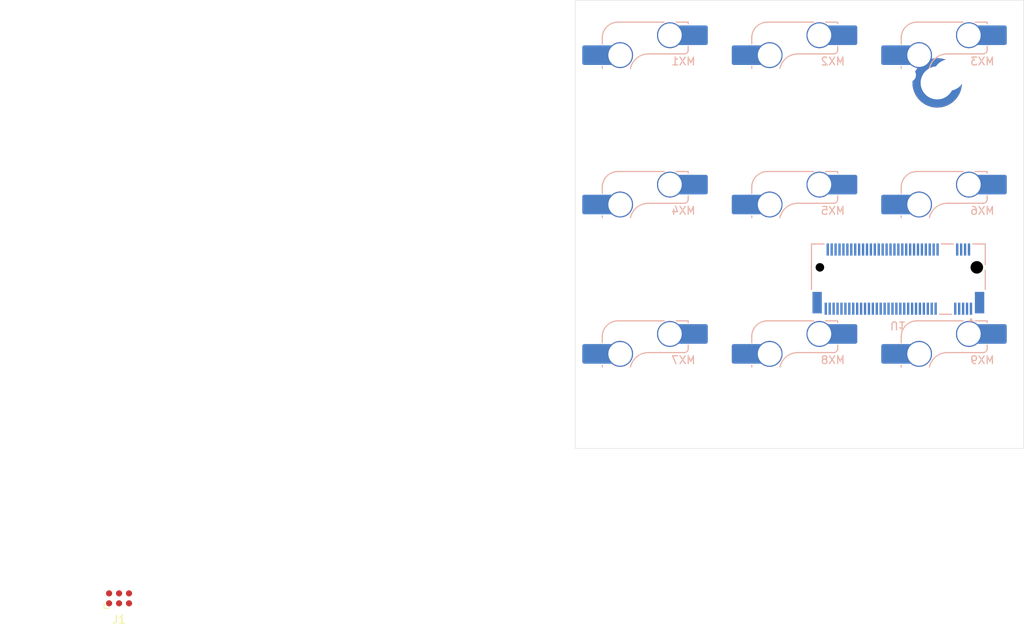
<source format=kicad_pcb>
(kicad_pcb (version 20240108) (generator "pcbnew") (generator_version "8.0")
  (layers (0 "F.Cu" signal) (31 "B.Cu" signal) (34 "B.Paste" user) (35 "F.Paste" user) (36 "B.SilkS" user "B.Silkscreen") (37 "F.SilkS" user "F.Silkscreen") (38 "B.Mask" user) (39 "F.Mask" user) (44 "Edge.Cuts" user))
  (net 0 "")
  (net 1 "Net-(J1-~{RESET})")
  (net 2 "Net-(J1-SWCLK)")
  (net 4 "Net-(J1-SWDIO)")
  (net 5 "GND")
  (net 25 "Net-(U1-VBAT-Pad1)")
  (net 52 "Net-(U1-VBUS-Pad12)")
  (footprint "Connector:Tag-Connect_TC2030-IDC-NL_2x03_P1.27mm_Vertical" (layer "F.Cu") (at 162.12 120.32)
    (property "Reference" "J1" (at 0 2.7 0) (layer "F.SilkS"))
    (property "Value" "Conn_ARM_SWD_TagConnect_TC2030-NL")
    (fp_line (start -1.905 1.27) (end -1.905 0.635) (stroke (width 0.12)) (layer "F.SilkS"))
    (fp_line (start -1.27 1.27) (end -1.905 1.27) (stroke (width 0.12)) (layer "F.SilkS"))
    (pad "" np_thru_hole circle (at -2.54 0) (size 0.9906 0.9906) (drill 0.9906) (layers "*.Cu" "*.Mask"))
    (pad "" np_thru_hole circle (at 2.54 -1.016) (size 0.9906 0.9906) (drill 0.9906) (layers "*.Cu" "*.Mask"))
    (pad "" np_thru_hole circle (at 2.54 1.016) (size 0.9906 0.9906) (drill 0.9906) (layers "*.Cu" "*.Mask"))
    (pad "1" connect circle (at -1.27 0.635) (size 0.7874 0.7874) (layers "F.Cu" "F.Mask"))
    (pad "2" connect circle (at -1.27 -0.635) (size 0.7874 0.7874) (layers "F.Cu" "F.Mask") (net 4 "Net-(J1-SWDIO)"))
    (pad "3" connect circle (at 0 0.635) (size 0.7874 0.7874) (layers "F.Cu" "F.Mask") (net 1 "Net-(J1-~{RESET})"))
    (pad "4" connect circle (at 0 -0.635) (size 0.7874 0.7874) (layers "F.Cu" "F.Mask") (net 2 "Net-(J1-SWCLK)"))
    (pad "5" connect circle (at 1.27 0.635) (size 0.7874 0.7874) (layers "F.Cu" "F.Mask") (net 5 "GND"))
    (pad "6" connect circle (at 1.27 -0.635) (size 0.7874 0.7874) (layers "F.Cu" "F.Mask"))
  )
  (footprint "PCM_marbastlib-mx:SW_MX_HS_CPG151101S11_1u" (layer "B.Cu") (at 267.890625 91.678125 180)
    (property "Reference" "MX9" (at -4.25 1.75 0) (layer "B.SilkS") (effects (justify mirror)))
    (property "Value" "MX_SW_HS")
    (fp_line (start 6.085176 4.75022) (end 6.085176 3.95022) (stroke (width 0.15)) (layer "B.SilkS"))
    (fp_line (start 6.085176 0.86022) (end 6.085176 1.10022) (stroke (width 0.15)) (layer "B.SilkS"))
    (fp_line (start 0.2 2.70022) (end -4.364824 2.70022) (stroke (width 0.15)) (layer "B.SilkS"))
    (fp_line (start -1.814824 6.75022) (end 4.085176 6.75022) (stroke (width 0.15)) (layer "B.SilkS"))
    (fp_line (start -4.864824 6.75022) (end -3.314824 6.75022) (stroke (width 0.15)) (layer "B.SilkS"))
    (fp_line (start -4.864824 6.52022) (end -4.864824 6.75022) (stroke (width 0.15)) (layer "B.SilkS"))
    (fp_line (start -4.864824 3.20022) (end -4.864824 3.67022) (stroke (width 0.15)) (layer "B.SilkS"))
    (fp_arc (start 6.085176 4.75022) (mid 5.499388 6.164432) (end 4.085176 6.75022) (stroke (width 0.15)) (layer "B.SilkS"))
    (fp_arc (start 2.494322 0.86022) (mid 1.670693 2.183637) (end 0.2 2.70022) (stroke (width 0.15)) (layer "B.SilkS"))
    (fp_arc (start -4.864824 3.20022) (mid -4.718377 2.846667) (end -4.364824 2.70022) (stroke (width 0.15)) (layer "B.SilkS"))
    (pad "" np_thru_hole circle (at -5.08 0 180) (size 1.75 1.75) (drill 1.75) (layers "*.Cu" "*.Mask"))
    (pad "" np_thru_hole circle (at 0 0 180) (size 3.9878 3.9878) (drill 3.9878) (layers "*.Cu" "*.Mask"))
    (pad "" np_thru_hole circle (at 5.08 0 180) (size 1.75 1.75) (drill 1.75) (layers "*.Cu" "*.Mask"))
    (pad "1" thru_hole circle (at 3.81 2.54 180) (size 3.3 3.3) (drill 3) (layers "*.Cu" "*.Mask"))
    (pad "1" smd rect (at 5.635 2.54) (size 1.65 2.5) (layers "B.Cu"))
    (pad "1" smd roundrect (at 7.36 2.54 180) (size 2.55 2.5) (layers "B.Cu" "B.Paste" "B.Mask") (roundrect_rratio 0.1))
    (pad "2" smd roundrect (at -6.09 5.08 180) (size 2.55 2.5) (layers "B.Cu" "B.Paste" "B.Mask") (roundrect_rratio 0.1))
    (pad "2" smd rect (at -4.34 5.08 180) (size 1.65 2.5) (layers "B.Cu"))
    (pad "2" thru_hole circle (at -2.54 5.08 180) (size 3.3 3.3) (drill 3) (layers "*.Cu" "*.Mask"))
  )
  (footprint "UnifiedMotherBoard-MountingHole:SMTSO3025CTJ" (layer "B.Cu") (at 266.390625 54.574725 180)
    (property "Reference" "H1" (hide yes))
    (property "Value" "MountingHole_Pad")
    (pad "1" thru_hole circle (at 0 0 180) (size 6.3 6.3) (drill 4.22) (layers "*.Cu" "B.Mask") (net 5 "GND"))
  )
  (footprint "UnifiedMotherBoard-Connector_PCBEdge:TEConnectivity-1-2199230-6-67-P0.5mm" (layer "B.Cu") (at 261.390625 79.628125)
    (property "Reference" "U1" (at 0 5.9 180) (layer "B.SilkS") (effects (justify mirror)))
    (property "Value" "Unified Motherboard")
    (fp_line (start -11.024401 -4.5081) (end -11.024401 1.296058) (stroke (width 0.1524)) (layer "B.SilkS"))
    (fp_line (start -9.43514 -4.5081) (end -11.024401 -4.5081) (stroke (width 0.1524)) (layer "B.SilkS"))
    (fp_line (start 5.285139 4.4581) (end 6.81486 4.4581) (stroke (width 0.1524)) (layer "B.SilkS"))
    (fp_line (start 7.06486 -4.5081) (end 5.535139 -4.5081) (stroke (width 0.1524)) (layer "B.SilkS"))
    (fp_line (start 11.124399 -4.5081) (end 9.53514 -4.5081) (stroke (width 0.1524)) (layer "B.SilkS"))
    (fp_line (start 11.124399 -1.884155) (end 11.124399 -4.5081) (stroke (width 0.1524)) (layer "B.SilkS"))
    (fp_line (start 11.124399 1.296058) (end 11.124399 -1.165845) (stroke (width 0.1524)) (layer "B.SilkS"))
    (fp_poly (pts (xy 9.3 5) (xy 9.06 5.33) (xy 9.54 5.33) (xy 9.3 5)) (stroke (width 0.12)) (fill solid) (layer "B.SilkS"))
    (pad "" np_thru_hole circle (at -9.950001 -1.525) (size 1.0922 1.0922) (drill 1.0922) (layers))
    (pad "" np_thru_hole circle (at 10.05 -1.525) (size 1.6002 1.6002) (drill 1.6002) (layers))
    (pad "1" smd rect (at 9.3 3.750002) (size 0.3048 1.5494) (layers "B.Cu" "B.Paste" "B.Mask") (net 25 "Net-(U1-VBAT-Pad1)"))
    (pad "2" smd rect (at 9.05 -3.8) (size 0.3048 1.5494) (layers "B.Cu" "B.Paste" "B.Mask"))
    (pad "3" smd rect (at 8.8 3.750002) (size 0.3048 1.5494) (layers "B.Cu" "B.Paste" "B.Mask") (net 25 "Net-(U1-VBAT-Pad1)"))
    (pad "4" smd rect (at 8.549998 -3.8) (size 0.3048 1.5494) (layers "B.Cu" "B.Paste" "B.Mask"))
    (pad "5" smd rect (at 8.299998 3.750002) (size 0.3048 1.5494) (layers "B.Cu" "B.Paste" "B.Mask"))
    (pad "6" smd rect (at 8.049999 -3.8) (size 0.3048 1.5494) (layers "B.Cu" "B.Paste" "B.Mask"))
    (pad "7" smd rect (at 7.799999 3.750002) (size 0.3048 1.5494) (layers "B.Cu" "B.Paste" "B.Mask") (net 5 "GND"))
    (pad "8" smd rect (at 7.55 -3.8) (size 0.3048 1.5494) (layers "B.Cu" "B.Paste" "B.Mask"))
    (pad "9" smd rect (at 7.3 3.750002) (size 0.3048 1.5494) (layers "B.Cu" "B.Paste" "B.Mask"))
    (pad "10" smd rect (at 5.049999 -3.8) (size 0.3048 1.5494) (layers "B.Cu" "B.Paste" "B.Mask") (net 5 "GND"))
    (pad "11" smd rect (at 4.799999 3.750002) (size 0.3048 1.5494) (layers "B.Cu" "B.Paste" "B.Mask"))
    (pad "12" smd rect (at 4.55 -3.8) (size 0.3048 1.5494) (layers "B.Cu" "B.Paste" "B.Mask") (net 52 "Net-(U1-VBUS-Pad12)"))
    (pad "13" smd rect (at 4.3 3.750002) (size 0.3048 1.5494) (layers "B.Cu" "B.Paste" "B.Mask") (net 5 "GND"))
    (pad "14" smd rect (at 4.049998 -3.8) (size 0.3048 1.5494) (layers "B.Cu" "B.Paste" "B.Mask") (net 52 "Net-(U1-VBUS-Pad12)"))
    (pad "15" smd rect (at 3.799998 3.750002) (size 0.3048 1.5494) (layers "B.Cu" "B.Paste" "B.Mask") (net 4 "Net-(J1-SWDIO)"))
    (pad "16" smd rect (at 3.549999 -3.8) (size 0.3048 1.5494) (layers "B.Cu" "B.Paste" "B.Mask") (net 5 "GND"))
    (pad "17" smd rect (at 3.299999 3.750002) (size 0.3048 1.5494) (layers "B.Cu" "B.Paste" "B.Mask") (net 2 "Net-(J1-SWCLK)"))
    (pad "18" smd rect (at 3.05 -3.8) (size 0.3048 1.5494) (layers "B.Cu" "B.Paste" "B.Mask"))
    (pad "19" smd rect (at 2.8 3.750002) (size 0.3048 1.5494) (layers "B.Cu" "B.Paste" "B.Mask") (net 1 "Net-(J1-~{RESET})"))
    (pad "20" smd rect (at 2.549999 -3.8) (size 0.3048 1.5494) (layers "B.Cu" "B.Paste" "B.Mask"))
    (pad "21" smd rect (at 2.299999 3.750002) (size 0.3048 1.5494) (layers "B.Cu" "B.Paste" "B.Mask"))
    (pad "22" smd rect (at 2.05 -3.8) (size 0.3048 1.5494) (layers "B.Cu" "B.Paste" "B.Mask") (net 5 "GND"))
    (pad "23" smd rect (at 1.8 3.750002) (size 0.3048 1.5494) (layers "B.Cu" "B.Paste" "B.Mask"))
    (pad "24" smd rect (at 1.549998 -3.8) (size 0.3048 1.5494) (layers "B.Cu" "B.Paste" "B.Mask"))
    (pad "25" smd rect (at 1.299998 3.750002) (size 0.3048 1.5494) (layers "B.Cu" "B.Paste" "B.Mask"))
    (pad "26" smd rect (at 1.049999 -3.8) (size 0.3048 1.5494) (layers "B.Cu" "B.Paste" "B.Mask"))
    (pad "27" smd rect (at 0.799999 3.750002) (size 0.3048 1.5494) (layers "B.Cu" "B.Paste" "B.Mask"))
    (pad "28" smd rect (at 0.55 -3.8) (size 0.3048 1.5494) (layers "B.Cu" "B.Paste" "B.Mask"))
    (pad "29" smd rect (at 0.3 3.750002) (size 0.3048 1.5494) (layers "B.Cu" "B.Paste" "B.Mask"))
    (pad "30" smd rect (at 0.049999 -3.8) (size 0.3048 1.5494) (layers "B.Cu" "B.Paste" "B.Mask"))
    (pad "31" smd rect (at -0.200001 3.750002) (size 0.3048 1.5494) (layers "B.Cu" "B.Paste" "B.Mask"))
    (pad "32" smd rect (at -0.45 -3.8) (size 0.3048 1.5494) (layers "B.Cu" "B.Paste" "B.Mask"))
    (pad "33" smd rect (at -0.7 3.750002) (size 0.3048 1.5494) (layers "B.Cu" "B.Paste" "B.Mask"))
    (pad "34" smd rect (at -0.950002 -3.8) (size 0.3048 1.5494) (layers "B.Cu" "B.Paste" "B.Mask"))
    (pad "35" smd rect (at -1.200002 3.750002) (size 0.3048 1.5494) (layers "B.Cu" "B.Paste" "B.Mask"))
    (pad "36" smd rect (at -1.450001 -3.8) (size 0.3048 1.5494) (layers "B.Cu" "B.Paste" "B.Mask"))
    (pad "37" smd rect (at -1.700001 3.750002) (size 0.3048 1.5494) (layers "B.Cu" "B.Paste" "B.Mask"))
    (pad "38" smd rect (at -1.95 -3.8) (size 0.3048 1.5494) (layers "B.Cu" "B.Paste" "B.Mask"))
    (pad "39" smd rect (at -2.2 3.750002) (size 0.3048 1.5494) (layers "B.Cu" "B.Paste" "B.Mask"))
    (pad "40" smd rect (at -2.450002 -3.8) (size 0.3048 1.5494) (layers "B.Cu" "B.Paste" "B.Mask"))
    (pad "41" smd rect (at -2.700002 3.750002) (size 0.3048 1.5494) (layers "B.Cu" "B.Paste" "B.Mask"))
    (pad "42" smd rect (at -2.950001 -3.8) (size 0.3048 1.5494) (layers "B.Cu" "B.Paste" "B.Mask"))
    (pad "43" smd rect (at -3.200001 3.750002) (size 0.3048 1.5494) (layers "B.Cu" "B.Paste" "B.Mask"))
    (pad "44" smd rect (at -3.450002 -3.8) (size 0.3048 1.5494) (layers "B.Cu" "B.Paste" "B.Mask"))
    (pad "45" smd rect (at -3.700002 3.750002) (size 0.3048 1.5494) (layers "B.Cu" "B.Paste" "B.Mask"))
    (pad "46" smd rect (at -3.950001 -3.8) (size 0.3048 1.5494) (layers "B.Cu" "B.Paste" "B.Mask"))
    (pad "47" smd rect (at -4.200001 3.750002) (size 0.3048 1.5494) (layers "B.Cu" "B.Paste" "B.Mask"))
    (pad "48" smd rect (at -4.45 -3.8) (size 0.3048 1.5494) (layers "B.Cu" "B.Paste" "B.Mask"))
    (pad "49" smd rect (at -4.7 3.750002) (size 0.3048 1.5494) (layers "B.Cu" "B.Paste" "B.Mask"))
    (pad "50" smd rect (at -4.950002 -3.8) (size 0.3048 1.5494) (layers "B.Cu" "B.Paste" "B.Mask"))
    (pad "51" smd rect (at -5.200002 3.750002) (size 0.3048 1.5494) (layers "B.Cu" "B.Paste" "B.Mask"))
    (pad "52" smd rect (at -5.450001 -3.8) (size 0.3048 1.5494) (layers "B.Cu" "B.Paste" "B.Mask"))
    (pad "53" smd rect (at -5.700001 3.750002) (size 0.3048 1.5494) (layers "B.Cu" "B.Paste" "B.Mask"))
    (pad "54" smd rect (at -5.950002 -3.8) (size 0.3048 1.5494) (layers "B.Cu" "B.Paste" "B.Mask"))
    (pad "55" smd rect (at -6.200002 3.750002) (size 0.3048 1.5494) (layers "B.Cu" "B.Paste" "B.Mask"))
    (pad "56" smd rect (at -6.450001 -3.8) (size 0.3048 1.5494) (layers "B.Cu" "B.Paste" "B.Mask"))
    (pad "57" smd rect (at -6.700002 3.750002) (size 0.3048 1.5494) (layers "B.Cu" "B.Paste" "B.Mask"))
    (pad "58" smd rect (at -6.950001 -3.8) (size 0.3048 1.5494) (layers "B.Cu" "B.Paste" "B.Mask"))
    (pad "59" smd rect (at -7.200001 3.750002) (size 0.3048 1.5494) (layers "B.Cu" "B.Paste" "B.Mask"))
    (pad "60" smd rect (at -7.45 -3.8) (size 0.3048 1.5494) (layers "B.Cu" "B.Paste" "B.Mask"))
    (pad "61" smd rect (at -7.7 3.750002) (size 0.3048 1.5494) (layers "B.Cu" "B.Paste" "B.Mask"))
    (pad "62" smd rect (at -7.950002 -3.8) (size 0.3048 1.5494) (layers "B.Cu" "B.Paste" "B.Mask"))
    (pad "63" smd rect (at -8.200002 3.750002) (size 0.3048 1.5494) (layers "B.Cu" "B.Paste" "B.Mask"))
    (pad "64" smd rect (at -8.450001 -3.8) (size 0.3048 1.5494) (layers "B.Cu" "B.Paste" "B.Mask"))
    (pad "65" smd rect (at -8.700001 3.750002) (size 0.3048 1.5494) (layers "B.Cu" "B.Paste" "B.Mask"))
    (pad "66" smd rect (at -8.95 -3.8) (size 0.3048 1.5494) (layers "B.Cu" "B.Paste" "B.Mask"))
    (pad "67" smd rect (at -9.2 3.750002) (size 0.3048 1.5494) (layers "B.Cu" "B.Paste" "B.Mask"))
    (pad "MP" smd rect (at -10.3 2.975) (size 1.1938 2.7432) (layers "B.Cu" "B.Paste" "B.Mask") (net 5 "GND"))
    (pad "MP" smd rect (at 10.399999 2.975) (size 1.1938 2.7432) (layers "B.Cu" "B.Paste" "B.Mask") (net 5 "GND"))
  )
  (footprint "PCM_marbastlib-mx:SW_MX_HS_CPG151101S11_1u" (layer "B.Cu") (at 248.840625 53.578125 180)
    (property "Reference" "MX2" (at -4.25 1.75 0) (layer "B.SilkS") (effects (justify mirror)))
    (property "Value" "MX_SW_HS")
    (fp_line (start 6.085176 4.75022) (end 6.085176 3.95022) (stroke (width 0.15)) (layer "B.SilkS"))
    (fp_line (start 6.085176 0.86022) (end 6.085176 1.10022) (stroke (width 0.15)) (layer "B.SilkS"))
    (fp_line (start 0.2 2.70022) (end -4.364824 2.70022) (stroke (width 0.15)) (layer "B.SilkS"))
    (fp_line (start -1.814824 6.75022) (end 4.085176 6.75022) (stroke (width 0.15)) (layer "B.SilkS"))
    (fp_line (start -4.864824 6.75022) (end -3.314824 6.75022) (stroke (width 0.15)) (layer "B.SilkS"))
    (fp_line (start -4.864824 6.52022) (end -4.864824 6.75022) (stroke (width 0.15)) (layer "B.SilkS"))
    (fp_line (start -4.864824 3.20022) (end -4.864824 3.67022) (stroke (width 0.15)) (layer "B.SilkS"))
    (fp_arc (start 6.085176 4.75022) (mid 5.499388 6.164432) (end 4.085176 6.75022) (stroke (width 0.15)) (layer "B.SilkS"))
    (fp_arc (start 2.494322 0.86022) (mid 1.670693 2.183637) (end 0.2 2.70022) (stroke (width 0.15)) (layer "B.SilkS"))
    (fp_arc (start -4.864824 3.20022) (mid -4.718377 2.846667) (end -4.364824 2.70022) (stroke (width 0.15)) (layer "B.SilkS"))
    (pad "" np_thru_hole circle (at -5.08 0 180) (size 1.75 1.75) (drill 1.75) (layers "*.Cu" "*.Mask"))
    (pad "" np_thru_hole circle (at 0 0 180) (size 3.9878 3.9878) (drill 3.9878) (layers "*.Cu" "*.Mask"))
    (pad "" np_thru_hole circle (at 5.08 0 180) (size 1.75 1.75) (drill 1.75) (layers "*.Cu" "*.Mask"))
    (pad "1" thru_hole circle (at 3.81 2.54 180) (size 3.3 3.3) (drill 3) (layers "*.Cu" "*.Mask"))
    (pad "1" smd rect (at 5.635 2.54) (size 1.65 2.5) (layers "B.Cu"))
    (pad "1" smd roundrect (at 7.36 2.54 180) (size 2.55 2.5) (layers "B.Cu" "B.Paste" "B.Mask") (roundrect_rratio 0.1))
    (pad "2" smd roundrect (at -6.09 5.08 180) (size 2.55 2.5) (layers "B.Cu" "B.Paste" "B.Mask") (roundrect_rratio 0.1))
    (pad "2" smd rect (at -4.34 5.08 180) (size 1.65 2.5) (layers "B.Cu"))
    (pad "2" thru_hole circle (at -2.54 5.08 180) (size 3.3 3.3) (drill 3) (layers "*.Cu" "*.Mask"))
  )
  (footprint "PCM_marbastlib-mx:SW_MX_HS_CPG151101S11_1u" (layer "B.Cu") (at 229.790625 72.628125 180)
    (property "Reference" "MX4" (at -4.25 1.75 0) (layer "B.SilkS") (effects (justify mirror)))
    (property "Value" "MX_SW_HS")
    (fp_line (start 6.085176 4.75022) (end 6.085176 3.95022) (stroke (width 0.15)) (layer "B.SilkS"))
    (fp_line (start 6.085176 0.86022) (end 6.085176 1.10022) (stroke (width 0.15)) (layer "B.SilkS"))
    (fp_line (start 0.2 2.70022) (end -4.364824 2.70022) (stroke (width 0.15)) (layer "B.SilkS"))
    (fp_line (start -1.814824 6.75022) (end 4.085176 6.75022) (stroke (width 0.15)) (layer "B.SilkS"))
    (fp_line (start -4.864824 6.75022) (end -3.314824 6.75022) (stroke (width 0.15)) (layer "B.SilkS"))
    (fp_line (start -4.864824 6.52022) (end -4.864824 6.75022) (stroke (width 0.15)) (layer "B.SilkS"))
    (fp_line (start -4.864824 3.20022) (end -4.864824 3.67022) (stroke (width 0.15)) (layer "B.SilkS"))
    (fp_arc (start 6.085176 4.75022) (mid 5.499388 6.164432) (end 4.085176 6.75022) (stroke (width 0.15)) (layer "B.SilkS"))
    (fp_arc (start 2.494322 0.86022) (mid 1.670693 2.183637) (end 0.2 2.70022) (stroke (width 0.15)) (layer "B.SilkS"))
    (fp_arc (start -4.864824 3.20022) (mid -4.718377 2.846667) (end -4.364824 2.70022) (stroke (width 0.15)) (layer "B.SilkS"))
    (pad "" np_thru_hole circle (at -5.08 0 180) (size 1.75 1.75) (drill 1.75) (layers "*.Cu" "*.Mask"))
    (pad "" np_thru_hole circle (at 0 0 180) (size 3.9878 3.9878) (drill 3.9878) (layers "*.Cu" "*.Mask"))
    (pad "" np_thru_hole circle (at 5.08 0 180) (size 1.75 1.75) (drill 1.75) (layers "*.Cu" "*.Mask"))
    (pad "1" thru_hole circle (at 3.81 2.54 180) (size 3.3 3.3) (drill 3) (layers "*.Cu" "*.Mask"))
    (pad "1" smd rect (at 5.635 2.54) (size 1.65 2.5) (layers "B.Cu"))
    (pad "1" smd roundrect (at 7.36 2.54 180) (size 2.55 2.5) (layers "B.Cu" "B.Paste" "B.Mask") (roundrect_rratio 0.1))
    (pad "2" smd roundrect (at -6.09 5.08 180) (size 2.55 2.5) (layers "B.Cu" "B.Paste" "B.Mask") (roundrect_rratio 0.1))
    (pad "2" smd rect (at -4.34 5.08 180) (size 1.65 2.5) (layers "B.Cu"))
    (pad "2" thru_hole circle (at -2.54 5.08 180) (size 3.3 3.3) (drill 3) (layers "*.Cu" "*.Mask"))
  )
  (footprint "PCM_marbastlib-mx:SW_MX_HS_CPG151101S11_1u" (layer "B.Cu") (at 267.890625 72.628125 180)
    (property "Reference" "MX6" (at -4.25 1.75 0) (layer "B.SilkS") (effects (justify mirror)))
    (property "Value" "MX_SW_HS")
    (fp_line (start 6.085176 4.75022) (end 6.085176 3.95022) (stroke (width 0.15)) (layer "B.SilkS"))
    (fp_line (start 6.085176 0.86022) (end 6.085176 1.10022) (stroke (width 0.15)) (layer "B.SilkS"))
    (fp_line (start 0.2 2.70022) (end -4.364824 2.70022) (stroke (width 0.15)) (layer "B.SilkS"))
    (fp_line (start -1.814824 6.75022) (end 4.085176 6.75022) (stroke (width 0.15)) (layer "B.SilkS"))
    (fp_line (start -4.864824 6.75022) (end -3.314824 6.75022) (stroke (width 0.15)) (layer "B.SilkS"))
    (fp_line (start -4.864824 6.52022) (end -4.864824 6.75022) (stroke (width 0.15)) (layer "B.SilkS"))
    (fp_line (start -4.864824 3.20022) (end -4.864824 3.67022) (stroke (width 0.15)) (layer "B.SilkS"))
    (fp_arc (start 6.085176 4.75022) (mid 5.499388 6.164432) (end 4.085176 6.75022) (stroke (width 0.15)) (layer "B.SilkS"))
    (fp_arc (start 2.494322 0.86022) (mid 1.670693 2.183637) (end 0.2 2.70022) (stroke (width 0.15)) (layer "B.SilkS"))
    (fp_arc (start -4.864824 3.20022) (mid -4.718377 2.846667) (end -4.364824 2.70022) (stroke (width 0.15)) (layer "B.SilkS"))
    (pad "" np_thru_hole circle (at -5.08 0 180) (size 1.75 1.75) (drill 1.75) (layers "*.Cu" "*.Mask"))
    (pad "" np_thru_hole circle (at 0 0 180) (size 3.9878 3.9878) (drill 3.9878) (layers "*.Cu" "*.Mask"))
    (pad "" np_thru_hole circle (at 5.08 0 180) (size 1.75 1.75) (drill 1.75) (layers "*.Cu" "*.Mask"))
    (pad "1" thru_hole circle (at 3.81 2.54 180) (size 3.3 3.3) (drill 3) (layers "*.Cu" "*.Mask"))
    (pad "1" smd rect (at 5.635 2.54) (size 1.65 2.5) (layers "B.Cu"))
    (pad "1" smd roundrect (at 7.36 2.54 180) (size 2.55 2.5) (layers "B.Cu" "B.Paste" "B.Mask") (roundrect_rratio 0.1))
    (pad "2" smd roundrect (at -6.09 5.08 180) (size 2.55 2.5) (layers "B.Cu" "B.Paste" "B.Mask") (roundrect_rratio 0.1))
    (pad "2" smd rect (at -4.34 5.08 180) (size 1.65 2.5) (layers "B.Cu"))
    (pad "2" thru_hole circle (at -2.54 5.08 180) (size 3.3 3.3) (drill 3) (layers "*.Cu" "*.Mask"))
  )
  (footprint "PCM_marbastlib-mx:SW_MX_HS_CPG151101S11_1u" (layer "B.Cu") (at 248.840625 91.678125 180)
    (property "Reference" "MX8" (at -4.25 1.75 360) (layer "B.SilkS") (effects (justify mirror)))
    (property "Value" "MX_SW_HS")
    (fp_line (start 6.085176 4.75022) (end 6.085176 3.95022) (stroke (width 0.15)) (layer "B.SilkS"))
    (fp_line (start 6.085176 0.86022) (end 6.085176 1.10022) (stroke (width 0.15)) (layer "B.SilkS"))
    (fp_line (start 0.2 2.70022) (end -4.364824 2.70022) (stroke (width 0.15)) (layer "B.SilkS"))
    (fp_line (start -1.814824 6.75022) (end 4.085176 6.75022) (stroke (width 0.15)) (layer "B.SilkS"))
    (fp_line (start -4.864824 6.75022) (end -3.314824 6.75022) (stroke (width 0.15)) (layer "B.SilkS"))
    (fp_line (start -4.864824 6.52022) (end -4.864824 6.75022) (stroke (width 0.15)) (layer "B.SilkS"))
    (fp_line (start -4.864824 3.20022) (end -4.864824 3.67022) (stroke (width 0.15)) (layer "B.SilkS"))
    (fp_arc (start 6.085176 4.75022) (mid 5.499388 6.164432) (end 4.085176 6.75022) (stroke (width 0.15)) (layer "B.SilkS"))
    (fp_arc (start 2.494322 0.86022) (mid 1.670693 2.183637) (end 0.2 2.70022) (stroke (width 0.15)) (layer "B.SilkS"))
    (fp_arc (start -4.864824 3.20022) (mid -4.718377 2.846667) (end -4.364824 2.70022) (stroke (width 0.15)) (layer "B.SilkS"))
    (pad "" np_thru_hole circle (at -5.08 0 180) (size 1.75 1.75) (drill 1.75) (layers "*.Cu" "*.Mask"))
    (pad "" np_thru_hole circle (at 0 0 180) (size 3.9878 3.9878) (drill 3.9878) (layers "*.Cu" "*.Mask"))
    (pad "" np_thru_hole circle (at 5.08 0 180) (size 1.75 1.75) (drill 1.75) (layers "*.Cu" "*.Mask"))
    (pad "1" thru_hole circle (at 3.81 2.54 180) (size 3.3 3.3) (drill 3) (layers "*.Cu" "*.Mask"))
    (pad "1" smd rect (at 5.635 2.54) (size 1.65 2.5) (layers "B.Cu"))
    (pad "1" smd roundrect (at 7.36 2.54 180) (size 2.55 2.5) (layers "B.Cu" "B.Paste" "B.Mask") (roundrect_rratio 0.1))
    (pad "2" smd roundrect (at -6.09 5.08 180) (size 2.55 2.5) (layers "B.Cu" "B.Paste" "B.Mask") (roundrect_rratio 0.1))
    (pad "2" smd rect (at -4.34 5.08 180) (size 1.65 2.5) (layers "B.Cu"))
    (pad "2" thru_hole circle (at -2.54 5.08 180) (size 3.3 3.3) (drill 3) (layers "*.Cu" "*.Mask"))
  )
  (footprint "PCM_marbastlib-mx:SW_MX_HS_CPG151101S11_1u" (layer "B.Cu") (at 267.890625 53.578125 180)
    (property "Reference" "MX3" (at -4.25 1.75 0) (layer "B.SilkS") (effects (justify mirror)))
    (property "Value" "MX_SW_HS")
    (fp_line (start 6.085176 4.75022) (end 6.085176 3.95022) (stroke (width 0.15)) (layer "B.SilkS"))
    (fp_line (start 6.085176 0.86022) (end 6.085176 1.10022) (stroke (width 0.15)) (layer "B.SilkS"))
    (fp_line (start 0.2 2.70022) (end -4.364824 2.70022) (stroke (width 0.15)) (layer "B.SilkS"))
    (fp_line (start -1.814824 6.75022) (end 4.085176 6.75022) (stroke (width 0.15)) (layer "B.SilkS"))
    (fp_line (start -4.864824 6.75022) (end -3.314824 6.75022) (stroke (width 0.15)) (layer "B.SilkS"))
    (fp_line (start -4.864824 6.52022) (end -4.864824 6.75022) (stroke (width 0.15)) (layer "B.SilkS"))
    (fp_line (start -4.864824 3.20022) (end -4.864824 3.67022) (stroke (width 0.15)) (layer "B.SilkS"))
    (fp_arc (start 6.085176 4.75022) (mid 5.499388 6.164432) (end 4.085176 6.75022) (stroke (width 0.15)) (layer "B.SilkS"))
    (fp_arc (start 2.494322 0.86022) (mid 1.670693 2.183637) (end 0.2 2.70022) (stroke (width 0.15)) (layer "B.SilkS"))
    (fp_arc (start -4.864824 3.20022) (mid -4.718377 2.846667) (end -4.364824 2.70022) (stroke (width 0.15)) (layer "B.SilkS"))
    (pad "" np_thru_hole circle (at -5.08 0 180) (size 1.75 1.75) (drill 1.75) (layers "*.Cu" "*.Mask"))
    (pad "" np_thru_hole circle (at 0 0 180) (size 3.9878 3.9878) (drill 3.9878) (layers "*.Cu" "*.Mask"))
    (pad "" np_thru_hole circle (at 5.08 0 180) (size 1.75 1.75) (drill 1.75) (layers "*.Cu" "*.Mask"))
    (pad "1" thru_hole circle (at 3.81 2.54 180) (size 3.3 3.3) (drill 3) (layers "*.Cu" "*.Mask"))
    (pad "1" smd rect (at 5.635 2.54) (size 1.65 2.5) (layers "B.Cu"))
    (pad "1" smd roundrect (at 7.36 2.54 180) (size 2.55 2.5) (layers "B.Cu" "B.Paste" "B.Mask") (roundrect_rratio 0.1))
    (pad "2" smd roundrect (at -6.09 5.08 180) (size 2.55 2.5) (layers "B.Cu" "B.Paste" "B.Mask") (roundrect_rratio 0.1))
    (pad "2" smd rect (at -4.34 5.08 180) (size 1.65 2.5) (layers "B.Cu"))
    (pad "2" thru_hole circle (at -2.54 5.08 180) (size 3.3 3.3) (drill 3) (layers "*.Cu" "*.Mask"))
  )
  (footprint "PCM_marbastlib-mx:SW_MX_HS_CPG151101S11_1u" (layer "B.Cu") (at 229.790625 91.678125 180)
    (property "Reference" "MX7" (at -4.25 1.75 360) (layer "B.SilkS") (effects (justify mirror)))
    (property "Value" "MX_SW_HS")
    (fp_line (start 6.085176 4.75022) (end 6.085176 3.95022) (stroke (width 0.15)) (layer "B.SilkS"))
    (fp_line (start 6.085176 0.86022) (end 6.085176 1.10022) (stroke (width 0.15)) (layer "B.SilkS"))
    (fp_line (start 0.2 2.70022) (end -4.364824 2.70022) (stroke (width 0.15)) (layer "B.SilkS"))
    (fp_line (start -1.814824 6.75022) (end 4.085176 6.75022) (stroke (width 0.15)) (layer "B.SilkS"))
    (fp_line (start -4.864824 6.75022) (end -3.314824 6.75022) (stroke (width 0.15)) (layer "B.SilkS"))
    (fp_line (start -4.864824 6.52022) (end -4.864824 6.75022) (stroke (width 0.15)) (layer "B.SilkS"))
    (fp_line (start -4.864824 3.20022) (end -4.864824 3.67022) (stroke (width 0.15)) (layer "B.SilkS"))
    (fp_arc (start 6.085176 4.75022) (mid 5.499388 6.164432) (end 4.085176 6.75022) (stroke (width 0.15)) (layer "B.SilkS"))
    (fp_arc (start 2.494322 0.86022) (mid 1.670693 2.183637) (end 0.2 2.70022) (stroke (width 0.15)) (layer "B.SilkS"))
    (fp_arc (start -4.864824 3.20022) (mid -4.718377 2.846667) (end -4.364824 2.70022) (stroke (width 0.15)) (layer "B.SilkS"))
    (pad "" np_thru_hole circle (at -5.08 0 180) (size 1.75 1.75) (drill 1.75) (layers "*.Cu" "*.Mask"))
    (pad "" np_thru_hole circle (at 0 0 180) (size 3.9878 3.9878) (drill 3.9878) (layers "*.Cu" "*.Mask"))
    (pad "" np_thru_hole circle (at 5.08 0 180) (size 1.75 1.75) (drill 1.75) (layers "*.Cu" "*.Mask"))
    (pad "1" thru_hole circle (at 3.81 2.54 180) (size 3.3 3.3) (drill 3) (layers "*.Cu" "*.Mask"))
    (pad "1" smd rect (at 5.635 2.54) (size 1.65 2.5) (layers "B.Cu"))
    (pad "1" smd roundrect (at 7.36 2.54 180) (size 2.55 2.5) (layers "B.Cu" "B.Paste" "B.Mask") (roundrect_rratio 0.1))
    (pad "2" smd roundrect (at -6.09 5.08 180) (size 2.55 2.5) (layers "B.Cu" "B.Paste" "B.Mask") (roundrect_rratio 0.1))
    (pad "2" smd rect (at -4.34 5.08 180) (size 1.65 2.5) (layers "B.Cu"))
    (pad "2" thru_hole circle (at -2.54 5.08 180) (size 3.3 3.3) (drill 3) (layers "*.Cu" "*.Mask"))
  )
  (footprint "PCM_marbastlib-mx:SW_MX_HS_CPG151101S11_1u" (layer "B.Cu") (at 248.840625 72.628125 180)
    (property "Reference" "MX5" (at -4.25 1.75 0) (layer "B.SilkS") (effects (justify mirror)))
    (property "Value" "MX_SW_HS")
    (fp_line (start 6.085176 4.75022) (end 6.085176 3.95022) (stroke (width 0.15)) (layer "B.SilkS"))
    (fp_line (start 6.085176 0.86022) (end 6.085176 1.10022) (stroke (width 0.15)) (layer "B.SilkS"))
    (fp_line (start 0.2 2.70022) (end -4.364824 2.70022) (stroke (width 0.15)) (layer "B.SilkS"))
    (fp_line (start -1.814824 6.75022) (end 4.085176 6.75022) (stroke (width 0.15)) (layer "B.SilkS"))
    (fp_line (start -4.864824 6.75022) (end -3.314824 6.75022) (stroke (width 0.15)) (layer "B.SilkS"))
    (fp_line (start -4.864824 6.52022) (end -4.864824 6.75022) (stroke (width 0.15)) (layer "B.SilkS"))
    (fp_line (start -4.864824 3.20022) (end -4.864824 3.67022) (stroke (width 0.15)) (layer "B.SilkS"))
    (fp_arc (start 6.085176 4.75022) (mid 5.499388 6.164432) (end 4.085176 6.75022) (stroke (width 0.15)) (layer "B.SilkS"))
    (fp_arc (start 2.494322 0.86022) (mid 1.670693 2.183637) (end 0.2 2.70022) (stroke (width 0.15)) (layer "B.SilkS"))
    (fp_arc (start -4.864824 3.20022) (mid -4.718377 2.846667) (end -4.364824 2.70022) (stroke (width 0.15)) (layer "B.SilkS"))
    (pad "" np_thru_hole circle (at -5.08 0 180) (size 1.75 1.75) (drill 1.75) (layers "*.Cu" "*.Mask"))
    (pad "" np_thru_hole circle (at 0 0 180) (size 3.9878 3.9878) (drill 3.9878) (layers "*.Cu" "*.Mask"))
    (pad "" np_thru_hole circle (at 5.08 0 180) (size 1.75 1.75) (drill 1.75) (layers "*.Cu" "*.Mask"))
    (pad "1" thru_hole circle (at 3.81 2.54 180) (size 3.3 3.3) (drill 3) (layers "*.Cu" "*.Mask"))
    (pad "1" smd rect (at 5.635 2.54) (size 1.65 2.5) (layers "B.Cu"))
    (pad "1" smd roundrect (at 7.36 2.54 180) (size 2.55 2.5) (layers "B.Cu" "B.Paste" "B.Mask") (roundrect_rratio 0.1))
    (pad "2" smd roundrect (at -6.09 5.08 180) (size 2.55 2.5) (layers "B.Cu" "B.Paste" "B.Mask") (roundrect_rratio 0.1))
    (pad "2" smd rect (at -4.34 5.08 180) (size 1.65 2.5) (layers "B.Cu"))
    (pad "2" thru_hole circle (at -2.54 5.08 180) (size 3.3 3.3) (drill 3) (layers "*.Cu" "*.Mask"))
  )
  (footprint "PCM_marbastlib-mx:SW_MX_HS_CPG151101S11_1u" (layer "B.Cu") (at 229.790625 53.578125 180)
    (property "Reference" "MX1" (at -4.25 1.75 0) (layer "B.SilkS") (effects (justify mirror)))
    (property "Value" "MX_SW_HS")
    (fp_line (start 6.085176 4.75022) (end 6.085176 3.95022) (stroke (width 0.15)) (layer "B.SilkS"))
    (fp_line (start 6.085176 0.86022) (end 6.085176 1.10022) (stroke (width 0.15)) (layer "B.SilkS"))
    (fp_line (start 0.2 2.70022) (end -4.364824 2.70022) (stroke (width 0.15)) (layer "B.SilkS"))
    (fp_line (start -1.814824 6.75022) (end 4.085176 6.75022) (stroke (width 0.15)) (layer "B.SilkS"))
    (fp_line (start -4.864824 6.75022) (end -3.314824 6.75022) (stroke (width 0.15)) (layer "B.SilkS"))
    (fp_line (start -4.864824 6.52022) (end -4.864824 6.75022) (stroke (width 0.15)) (layer "B.SilkS"))
    (fp_line (start -4.864824 3.20022) (end -4.864824 3.67022) (stroke (width 0.15)) (layer "B.SilkS"))
    (fp_arc (start 6.085176 4.75022) (mid 5.499388 6.164432) (end 4.085176 6.75022) (stroke (width 0.15)) (layer "B.SilkS"))
    (fp_arc (start 2.494322 0.86022) (mid 1.670693 2.183637) (end 0.2 2.70022) (stroke (width 0.15)) (layer "B.SilkS"))
    (fp_arc (start -4.864824 3.20022) (mid -4.718377 2.846667) (end -4.364824 2.70022) (stroke (width 0.15)) (layer "B.SilkS"))
    (pad "" np_thru_hole circle (at -5.08 0 180) (size 1.75 1.75) (drill 1.75) (layers "*.Cu" "*.Mask"))
    (pad "" np_thru_hole circle (at 0 0 180) (size 3.9878 3.9878) (drill 3.9878) (layers "*.Cu" "*.Mask"))
    (pad "" np_thru_hole circle (at 5.08 0 180) (size 1.75 1.75) (drill 1.75) (layers "*.Cu" "*.Mask"))
    (pad "1" thru_hole circle (at 3.81 2.54 180) (size 3.3 3.3) (drill 3) (layers "*.Cu" "*.Mask"))
    (pad "1" smd rect (at 5.635 2.54) (size 1.65 2.5) (layers "B.Cu"))
    (pad "1" smd roundrect (at 7.36 2.54 180) (size 2.55 2.5) (layers "B.Cu" "B.Paste" "B.Mask") (roundrect_rratio 0.1))
    (pad "2" smd roundrect (at -6.09 5.08 180) (size 2.55 2.5) (layers "B.Cu" "B.Paste" "B.Mask") (roundrect_rratio 0.1))
    (pad "2" smd rect (at -4.34 5.08 180) (size 1.65 2.5) (layers "B.Cu"))
    (pad "2" thru_hole circle (at -2.54 5.08 180) (size 3.3 3.3) (drill 3) (layers "*.Cu" "*.Mask"))
  )
  (gr_rect (start 220.265625 44.053125) (end 277.415625 101.203125) (stroke (width 0.05)) (fill none) (layer "Edge.Cuts"))
)
</source>
